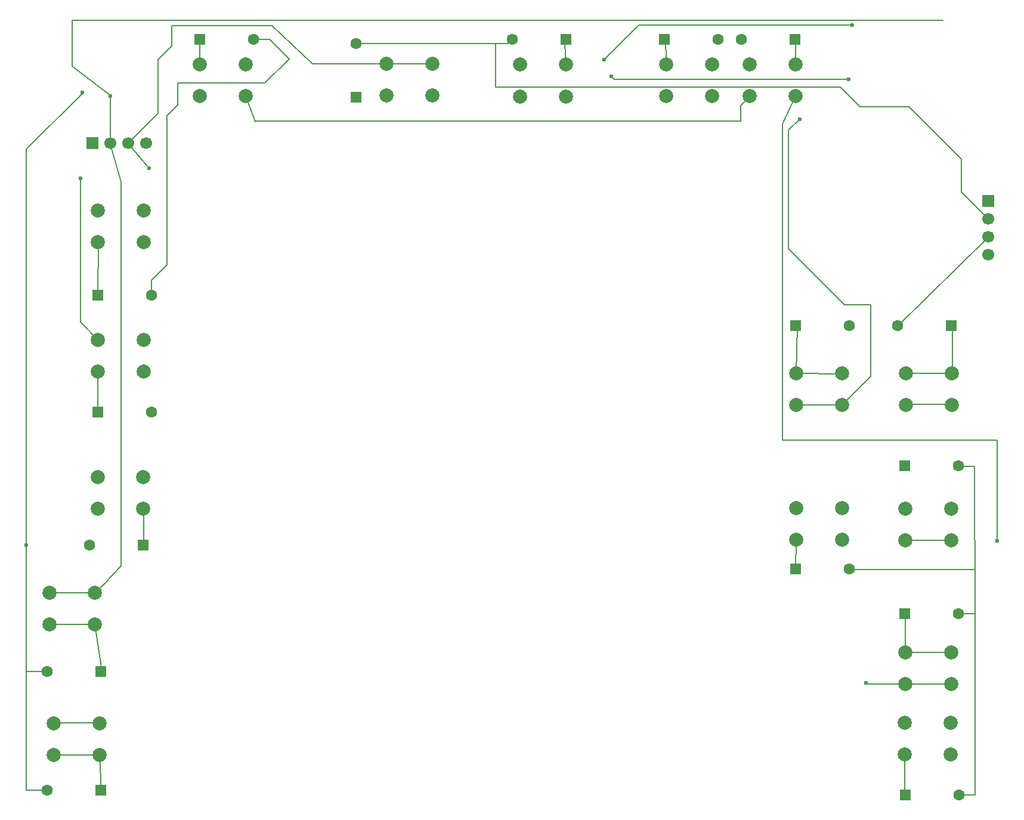
<source format=gbr>
%TF.GenerationSoftware,KiCad,Pcbnew,9.0.3*%
%TF.CreationDate,2025-07-23T06:43:18-06:00*%
%TF.ProjectId,ARC-210-Master-Board,4152432d-3231-4302-9d4d-61737465722d,rev?*%
%TF.SameCoordinates,Original*%
%TF.FileFunction,Copper,L1,Top*%
%TF.FilePolarity,Positive*%
%FSLAX46Y46*%
G04 Gerber Fmt 4.6, Leading zero omitted, Abs format (unit mm)*
G04 Created by KiCad (PCBNEW 9.0.3) date 2025-07-23 06:43:18*
%MOMM*%
%LPD*%
G01*
G04 APERTURE LIST*
G04 Aperture macros list*
%AMRoundRect*
0 Rectangle with rounded corners*
0 $1 Rounding radius*
0 $2 $3 $4 $5 $6 $7 $8 $9 X,Y pos of 4 corners*
0 Add a 4 corners polygon primitive as box body*
4,1,4,$2,$3,$4,$5,$6,$7,$8,$9,$2,$3,0*
0 Add four circle primitives for the rounded corners*
1,1,$1+$1,$2,$3*
1,1,$1+$1,$4,$5*
1,1,$1+$1,$6,$7*
1,1,$1+$1,$8,$9*
0 Add four rect primitives between the rounded corners*
20,1,$1+$1,$2,$3,$4,$5,0*
20,1,$1+$1,$4,$5,$6,$7,0*
20,1,$1+$1,$6,$7,$8,$9,0*
20,1,$1+$1,$8,$9,$2,$3,0*%
G04 Aperture macros list end*
%TA.AperFunction,Conductor*%
%ADD10C,0.200000*%
%TD*%
%TA.AperFunction,ComponentPad*%
%ADD11C,2.000000*%
%TD*%
%TA.AperFunction,ComponentPad*%
%ADD12RoundRect,0.250000X-0.550000X-0.550000X0.550000X-0.550000X0.550000X0.550000X-0.550000X0.550000X0*%
%TD*%
%TA.AperFunction,ComponentPad*%
%ADD13C,1.600000*%
%TD*%
%TA.AperFunction,ComponentPad*%
%ADD14R,1.700000X1.700000*%
%TD*%
%TA.AperFunction,ComponentPad*%
%ADD15C,1.700000*%
%TD*%
%TA.AperFunction,ComponentPad*%
%ADD16RoundRect,0.250000X0.550000X0.550000X-0.550000X0.550000X-0.550000X-0.550000X0.550000X-0.550000X0*%
%TD*%
%TA.AperFunction,ComponentPad*%
%ADD17RoundRect,0.250000X0.550000X-0.550000X0.550000X0.550000X-0.550000X0.550000X-0.550000X-0.550000X0*%
%TD*%
%TA.AperFunction,ViaPad*%
%ADD18C,0.600000*%
%TD*%
G04 APERTURE END LIST*
D10*
%TO.N,Net-(D13-A)*%
X212280000Y-138850000D02*
X212260000Y-113110000D01*
%TO.N,Net-(D1-K)*%
X87980000Y-133190000D02*
X81410000Y-133190000D01*
%TO.N,Net-(D15-K)*%
X202370000Y-118590000D02*
X202370000Y-112890000D01*
%TO.N,Net-(J2-Pin_2)*%
X184960000Y-88470000D02*
X184960000Y-43588306D01*
%TO.N,Net-(J2-Pin_1)*%
X87920000Y-128660000D02*
X81269880Y-128660000D01*
%TO.N,Net-(D8-K)*%
X154030000Y-30820000D02*
X154150000Y-35100000D01*
%TO.N,Net-(D9-K)*%
X168370000Y-30980000D02*
X168430000Y-35090000D01*
%TO.N,Net-(J2-Pin_2)*%
X110110000Y-43240000D02*
X108870000Y-40060000D01*
%TO.N,Net-(D1-A)*%
X80550000Y-121300000D02*
X77580000Y-121300000D01*
%TO.N,Net-(D13-A)*%
X212260000Y-113110000D02*
X212220000Y-92220000D01*
%TO.N,Net-(J2-Pin_2)*%
X89540000Y-46500521D02*
X91045000Y-51826839D01*
%TO.N,Net-(D11-K)*%
X193380000Y-79060000D02*
X186865000Y-78980000D01*
%TO.N,Net-(J2-Pin_2)*%
X80920000Y-110170000D02*
X87440490Y-110170000D01*
%TO.N,Net-(D1-A)*%
X77610000Y-103490741D02*
X77580000Y-121300000D01*
%TO.N,Net-(D10-K)*%
X186810000Y-34490000D02*
X186820000Y-32180000D01*
%TO.N,Net-(J2-Pin_3)*%
X118200000Y-35090000D02*
X112450000Y-29650000D01*
%TO.N,Net-(J2-Pin_2)*%
X89540000Y-39599478D02*
X89540000Y-46500521D01*
%TO.N,Net-(D15-K)*%
X202370000Y-118590000D02*
X208690000Y-118590000D01*
%TO.N,Net-(D5-K)*%
X87760000Y-67850000D02*
X87790000Y-60420000D01*
%TO.N,Net-(D6-K)*%
X102250000Y-35120000D02*
X102250000Y-31650000D01*
%TO.N,Net-(D1-A)*%
X80500000Y-138160000D02*
X77569574Y-138160000D01*
%TO.N,Net-(J2-Pin_3)*%
X196867012Y-123080000D02*
X202290000Y-123080000D01*
%TO.N,Net-(D10-A)*%
X201370000Y-72260000D02*
X214120000Y-59700000D01*
%TO.N,Net-(D13-A)*%
X212260000Y-113110000D02*
X210680000Y-113110000D01*
%TO.N,Net-(D16-K)*%
X202330000Y-138820000D02*
X202260000Y-133160000D01*
%TO.N,Net-(J2-Pin_2)*%
X91170000Y-28850000D02*
X84079431Y-28850000D01*
X89540000Y-39595000D02*
X84080000Y-35440000D01*
%TO.N,Net-(D11-K)*%
X186865000Y-78980000D02*
X187010000Y-72260000D01*
%TO.N,Net-(D13-K)*%
X186810000Y-106920000D02*
X186860000Y-102650000D01*
%TO.N,Net-(J2-Pin_2)*%
X191170000Y-28850000D02*
X91170000Y-28850000D01*
X215403561Y-88480000D02*
X215450000Y-102760000D01*
%TO.N,Net-(D3-K)*%
X94280000Y-103380000D02*
X94280000Y-98199528D01*
%TO.N,Net-(J2-Pin_2)*%
X186790000Y-39650000D02*
X184960000Y-43588306D01*
%TO.N,Net-(J2-Pin_3)*%
X209030000Y-123120000D02*
X202290000Y-123080000D01*
X186870000Y-83490000D02*
X193430000Y-83470000D01*
%TO.N,Net-(J2-Pin_2)*%
X91045000Y-106313161D02*
X91045000Y-51826839D01*
X191170000Y-28850000D02*
X207740008Y-28850000D01*
%TO.N,Net-(D2-K)*%
X88300000Y-121310000D02*
X87350000Y-114680000D01*
%TO.N,Net-(D12-K)*%
X209020000Y-78980000D02*
X209020000Y-72120000D01*
%TO.N,Net-(J2-Pin_2)*%
X91045000Y-106313161D02*
X87440490Y-110170000D01*
%TO.N,Net-(J2-Pin_3)*%
X95030000Y-49890000D02*
X92040000Y-46420000D01*
%TO.N,Net-(J2-Pin_2)*%
X215403561Y-88480000D02*
X184960000Y-88470000D01*
%TO.N,Net-(D1-K)*%
X88200000Y-138310000D02*
X87980000Y-133190000D01*
%TO.N,Net-(D12-K)*%
X202440000Y-78980000D02*
X209020000Y-78980000D01*
%TO.N,Net-(D2-K)*%
X87350000Y-114680000D02*
X80890000Y-114680000D01*
%TO.N,Net-(D13-A)*%
X194370000Y-106850000D02*
X212270000Y-106840000D01*
%TO.N,Net-(J2-Pin_2)*%
X202580000Y-102710000D02*
X209090000Y-102710000D01*
X84079431Y-28850000D02*
X84080000Y-35440000D01*
%TO.N,Net-(D5-A)*%
X144240000Y-38370000D02*
X144210000Y-32200000D01*
%TO.N,Net-(D13-A)*%
X212220000Y-92220000D02*
X210290000Y-92220000D01*
X209940000Y-138830000D02*
X212280000Y-138850000D01*
%TO.N,Net-(J2-Pin_4)*%
X208990000Y-83440000D02*
X202489624Y-83440000D01*
%TO.N,Net-(J2-Pin_3)*%
X129140000Y-35045000D02*
X135815000Y-35045000D01*
%TO.N,Net-(D1-A)*%
X77580000Y-121300000D02*
X77569574Y-138160000D01*
%TD*%
D11*
%TO.P,SW10,1,1*%
%TO.N,Net-(D10-K)*%
X180310000Y-35160000D03*
X186810000Y-35160000D03*
%TO.P,SW10,2,2*%
%TO.N,Net-(J2-Pin_2)*%
X180310000Y-39660000D03*
X186810000Y-39660000D03*
%TD*%
%TO.P,SW14,1,1*%
%TO.N,Net-(D14-K)*%
X202350000Y-98200000D03*
X208850000Y-98200000D03*
%TO.P,SW14,2,2*%
%TO.N,Net-(J2-Pin_2)*%
X202350000Y-102700000D03*
X208850000Y-102700000D03*
%TD*%
%TO.P,SW1,1,1*%
%TO.N,Net-(D1-K)*%
X87980000Y-133190000D03*
X81480000Y-133190000D03*
%TO.P,SW1,2,2*%
%TO.N,Net-(J2-Pin_1)*%
X87980000Y-128690000D03*
X81480000Y-128690000D03*
%TD*%
%TO.P,SW2,1,1*%
%TO.N,Net-(D2-K)*%
X87350000Y-114680000D03*
X80850000Y-114680000D03*
%TO.P,SW2,2,2*%
%TO.N,Net-(J2-Pin_2)*%
X87350000Y-110180000D03*
X80850000Y-110180000D03*
%TD*%
%TO.P,SW7,1,1*%
%TO.N,Net-(D7-K)*%
X135200000Y-39590000D03*
X128700000Y-39590000D03*
%TO.P,SW7,2,2*%
%TO.N,Net-(J2-Pin_3)*%
X135200000Y-35090000D03*
X128700000Y-35090000D03*
%TD*%
%TO.P,SW3,1,1*%
%TO.N,Net-(D3-K)*%
X94210000Y-98200000D03*
X87710000Y-98200000D03*
%TO.P,SW3,2,2*%
%TO.N,Net-(J2-Pin_3)*%
X94210000Y-93700000D03*
X87710000Y-93700000D03*
%TD*%
%TO.P,SW11,1,1*%
%TO.N,Net-(D11-K)*%
X186865000Y-78980000D03*
X193365000Y-78980000D03*
%TO.P,SW11,2,2*%
%TO.N,Net-(J2-Pin_3)*%
X186865000Y-83480000D03*
X193365000Y-83480000D03*
%TD*%
%TO.P,SW8,1,1*%
%TO.N,Net-(D8-K)*%
X147670000Y-35190000D03*
X154170000Y-35190000D03*
%TO.P,SW8,2,2*%
%TO.N,Net-(J2-Pin_4)*%
X147670000Y-39690000D03*
X154170000Y-39690000D03*
%TD*%
%TO.P,SW16,1,1*%
%TO.N,Net-(D16-K)*%
X208830000Y-133150000D03*
X202330000Y-133150000D03*
%TO.P,SW16,2,2*%
%TO.N,Net-(J2-Pin_4)*%
X208830000Y-128650000D03*
X202330000Y-128650000D03*
%TD*%
%TO.P,SW5,1,1*%
%TO.N,Net-(D5-K)*%
X94260000Y-60420000D03*
X87760000Y-60420000D03*
%TO.P,SW5,2,2*%
%TO.N,Net-(J2-Pin_1)*%
X94260000Y-55920000D03*
X87760000Y-55920000D03*
%TD*%
%TO.P,SW9,1,1*%
%TO.N,Net-(D9-K)*%
X168440000Y-35170000D03*
X174940000Y-35170000D03*
%TO.P,SW9,2,2*%
%TO.N,Net-(J2-Pin_1)*%
X168440000Y-39670000D03*
X174940000Y-39670000D03*
%TD*%
%TO.P,SW12,1,1*%
%TO.N,Net-(D12-K)*%
X202440000Y-78980000D03*
X208940000Y-78980000D03*
%TO.P,SW12,2,2*%
%TO.N,Net-(J2-Pin_4)*%
X202440000Y-83480000D03*
X208940000Y-83480000D03*
%TD*%
%TO.P,SW6,1,1*%
%TO.N,Net-(D6-K)*%
X102250000Y-35120000D03*
X108750000Y-35120000D03*
%TO.P,SW6,2,2*%
%TO.N,Net-(J2-Pin_2)*%
X102250000Y-39620000D03*
X108750000Y-39620000D03*
%TD*%
%TO.P,SW15,1,1*%
%TO.N,Net-(D15-K)*%
X202370000Y-118590000D03*
X208870000Y-118590000D03*
%TO.P,SW15,2,2*%
%TO.N,Net-(J2-Pin_3)*%
X202370000Y-123090000D03*
X208870000Y-123090000D03*
%TD*%
%TO.P,SW13,1,1*%
%TO.N,Net-(D13-K)*%
X193390000Y-102650000D03*
X186890000Y-102650000D03*
%TO.P,SW13,2,2*%
%TO.N,Net-(J2-Pin_1)*%
X193390000Y-98150000D03*
X186890000Y-98150000D03*
%TD*%
%TO.P,SW4,1,1*%
%TO.N,Net-(D4-K)*%
X94270000Y-78770000D03*
X87770000Y-78770000D03*
%TO.P,SW4,2,2*%
%TO.N,Net-(J2-Pin_4)*%
X94270000Y-74270000D03*
X87770000Y-74270000D03*
%TD*%
D12*
%TO.P,D11,1,K*%
%TO.N,Net-(D11-K)*%
X186790000Y-72240000D03*
D13*
%TO.P,D11,2,A*%
%TO.N,Net-(D10-A)*%
X194410000Y-72240000D03*
%TD*%
D12*
%TO.P,D16,1,K*%
%TO.N,Net-(D16-K)*%
X202350000Y-138850000D03*
D13*
%TO.P,D16,2,A*%
%TO.N,Net-(D13-A)*%
X209970000Y-138850000D03*
%TD*%
D12*
%TO.P,D9,1,K*%
%TO.N,Net-(D9-K)*%
X168140000Y-31570000D03*
D13*
%TO.P,D9,2,A*%
%TO.N,Net-(D10-A)*%
X175760000Y-31570000D03*
%TD*%
D14*
%TO.P,J2,1,Pin_1*%
%TO.N,Net-(J2-Pin_1)*%
X86990000Y-46340000D03*
D15*
%TO.P,J2,2,Pin_2*%
%TO.N,Net-(J2-Pin_2)*%
X89530000Y-46340000D03*
%TO.P,J2,3,Pin_3*%
%TO.N,Net-(J2-Pin_3)*%
X92070000Y-46340000D03*
%TO.P,J2,4,Pin_4*%
%TO.N,Net-(J2-Pin_4)*%
X94610000Y-46340000D03*
%TD*%
D12*
%TO.P,D15,1,K*%
%TO.N,Net-(D15-K)*%
X202300000Y-113160000D03*
D13*
%TO.P,D15,2,A*%
%TO.N,Net-(D13-A)*%
X209920000Y-113160000D03*
%TD*%
D16*
%TO.P,D3,1,K*%
%TO.N,Net-(D3-K)*%
X94180000Y-103420000D03*
D13*
%TO.P,D3,2,A*%
%TO.N,Net-(D1-A)*%
X86560000Y-103420000D03*
%TD*%
D14*
%TO.P,J1,1,Pin_1*%
%TO.N,Net-(D1-A)*%
X214150000Y-54570000D03*
D15*
%TO.P,J1,2,Pin_2*%
%TO.N,Net-(D5-A)*%
X214150000Y-57110000D03*
%TO.P,J1,3,Pin_3*%
%TO.N,Net-(D10-A)*%
X214150000Y-59650000D03*
%TO.P,J1,4,Pin_4*%
%TO.N,Net-(D13-A)*%
X214150000Y-62190000D03*
%TD*%
D16*
%TO.P,D10,1,K*%
%TO.N,Net-(D10-K)*%
X186750000Y-31560000D03*
D13*
%TO.P,D10,2,A*%
%TO.N,Net-(D10-A)*%
X179130000Y-31560000D03*
%TD*%
D12*
%TO.P,D4,1,K*%
%TO.N,Net-(D4-K)*%
X87730000Y-84470000D03*
D13*
%TO.P,D4,2,A*%
%TO.N,Net-(D1-A)*%
X95350000Y-84470000D03*
%TD*%
D16*
%TO.P,D1,1,K*%
%TO.N,Net-(D1-K)*%
X88120000Y-138170000D03*
D13*
%TO.P,D1,2,A*%
%TO.N,Net-(D1-A)*%
X80500000Y-138170000D03*
%TD*%
D12*
%TO.P,D6,1,K*%
%TO.N,Net-(D6-K)*%
X102180000Y-31590000D03*
D13*
%TO.P,D6,2,A*%
%TO.N,Net-(D5-A)*%
X109800000Y-31590000D03*
%TD*%
D12*
%TO.P,D5,1,K*%
%TO.N,Net-(D5-K)*%
X87700000Y-67880000D03*
D13*
%TO.P,D5,2,A*%
%TO.N,Net-(D5-A)*%
X95320000Y-67880000D03*
%TD*%
D17*
%TO.P,D7,1,K*%
%TO.N,Net-(D7-K)*%
X124380000Y-39770000D03*
D13*
%TO.P,D7,2,A*%
%TO.N,Net-(D5-A)*%
X124380000Y-32150000D03*
%TD*%
D12*
%TO.P,D13,1,K*%
%TO.N,Net-(D13-K)*%
X186790000Y-106820000D03*
D13*
%TO.P,D13,2,A*%
%TO.N,Net-(D13-A)*%
X194410000Y-106820000D03*
%TD*%
D16*
%TO.P,D12,1,K*%
%TO.N,Net-(D12-K)*%
X208890000Y-72260000D03*
D13*
%TO.P,D12,2,A*%
%TO.N,Net-(D10-A)*%
X201270000Y-72260000D03*
%TD*%
D16*
%TO.P,D2,1,K*%
%TO.N,Net-(D2-K)*%
X88120000Y-121340000D03*
D13*
%TO.P,D2,2,A*%
%TO.N,Net-(D1-A)*%
X80500000Y-121340000D03*
%TD*%
D12*
%TO.P,D14,1,K*%
%TO.N,Net-(D14-K)*%
X202300000Y-92150000D03*
D13*
%TO.P,D14,2,A*%
%TO.N,Net-(D13-A)*%
X209920000Y-92150000D03*
%TD*%
D16*
%TO.P,D8,1,K*%
%TO.N,Net-(D8-K)*%
X154160000Y-31560000D03*
D13*
%TO.P,D8,2,A*%
%TO.N,Net-(D5-A)*%
X146540000Y-31560000D03*
%TD*%
D18*
%TO.N,Net-(D1-A)*%
X85530000Y-39150000D03*
X160640000Y-36820000D03*
X77610000Y-103420000D03*
X194370000Y-37270000D03*
%TO.N,Net-(J2-Pin_4)*%
X85250000Y-51290000D03*
%TO.N,Net-(J2-Pin_2)*%
X215450000Y-102760000D03*
X89540000Y-39599478D03*
%TO.N,Net-(J2-Pin_3)*%
X196800000Y-122970000D03*
X187380000Y-42930000D03*
X95030000Y-49890000D03*
X194810000Y-29560000D03*
X159590000Y-34480000D03*
%TD*%
D10*
%TO.N,Net-(D1-A)*%
X77610000Y-103490741D02*
X77610000Y-47180000D01*
X77660000Y-47130000D02*
X85530000Y-39260000D01*
X194370000Y-37270000D02*
X161090000Y-37270000D01*
X161090000Y-37270000D02*
X160640000Y-36820000D01*
X77610000Y-47180000D02*
X77660000Y-47130000D01*
X85530000Y-39260000D02*
X85530000Y-39150000D01*
%TO.N,Net-(D4-K)*%
X87730000Y-78810000D02*
X87770000Y-78770000D01*
X87730000Y-84470000D02*
X87730000Y-78810000D01*
%TO.N,Net-(D5-A)*%
X193169000Y-38359000D02*
X144231000Y-38359000D01*
X214150000Y-57110000D02*
X210350000Y-53310000D01*
X97520000Y-63620000D02*
X97520000Y-42450000D01*
X95320000Y-65820000D02*
X97520000Y-63620000D01*
X95320000Y-67880000D02*
X95320000Y-65820000D01*
X112140000Y-31590000D02*
X109800000Y-31590000D01*
X124380000Y-32150000D02*
X140170000Y-32150000D01*
X143290000Y-32150000D02*
X145950000Y-32150000D01*
X195980000Y-41170000D02*
X193169000Y-38359000D01*
X111450000Y-37800000D02*
X114900000Y-34350000D01*
X140170000Y-32150000D02*
X143290000Y-32150000D01*
X210350000Y-48650000D02*
X202870000Y-41170000D01*
X99084438Y-37800000D02*
X111450000Y-37800000D01*
X99084438Y-40885562D02*
X99084438Y-37800000D01*
X97520000Y-42450000D02*
X99084438Y-40885562D01*
X210350000Y-53310000D02*
X210350000Y-48650000D01*
X145950000Y-32150000D02*
X146540000Y-31560000D01*
X202870000Y-41170000D02*
X195980000Y-41170000D01*
X114900000Y-34350000D02*
X112140000Y-31590000D01*
%TO.N,Net-(J2-Pin_4)*%
X87770000Y-74270000D02*
X85250000Y-71750000D01*
X85250000Y-51290000D02*
X85250000Y-51300000D01*
X85250000Y-71750000D02*
X85250000Y-51290000D01*
%TO.N,Net-(J2-Pin_2)*%
X178969000Y-43230000D02*
X178969000Y-41001000D01*
X178969000Y-41001000D02*
X180310000Y-39660000D01*
X178969000Y-43230000D02*
X110111000Y-43230000D01*
%TO.N,Net-(J2-Pin_3)*%
X159590000Y-34480000D02*
X164510000Y-29560000D01*
X98250000Y-32550000D02*
X98250000Y-29630000D01*
X185820000Y-44490000D02*
X187380000Y-42930000D01*
X197420000Y-69260000D02*
X193740000Y-69260000D01*
X98250000Y-29630000D02*
X112510000Y-29630000D01*
X96320000Y-34480000D02*
X98250000Y-32550000D01*
X96320000Y-42090000D02*
X96320000Y-34480000D01*
X128700000Y-35090000D02*
X118210000Y-35090000D01*
X193740000Y-69260000D02*
X185820000Y-61340000D01*
X193365000Y-83480000D02*
X197420000Y-79425000D01*
X187380000Y-42930000D02*
X187480000Y-42830000D01*
X92070000Y-46340000D02*
X96320000Y-42090000D01*
X197420000Y-79425000D02*
X197420000Y-69260000D01*
X164510000Y-29560000D02*
X194810000Y-29560000D01*
X185820000Y-61340000D02*
X185820000Y-44490000D01*
%TD*%
M02*

</source>
